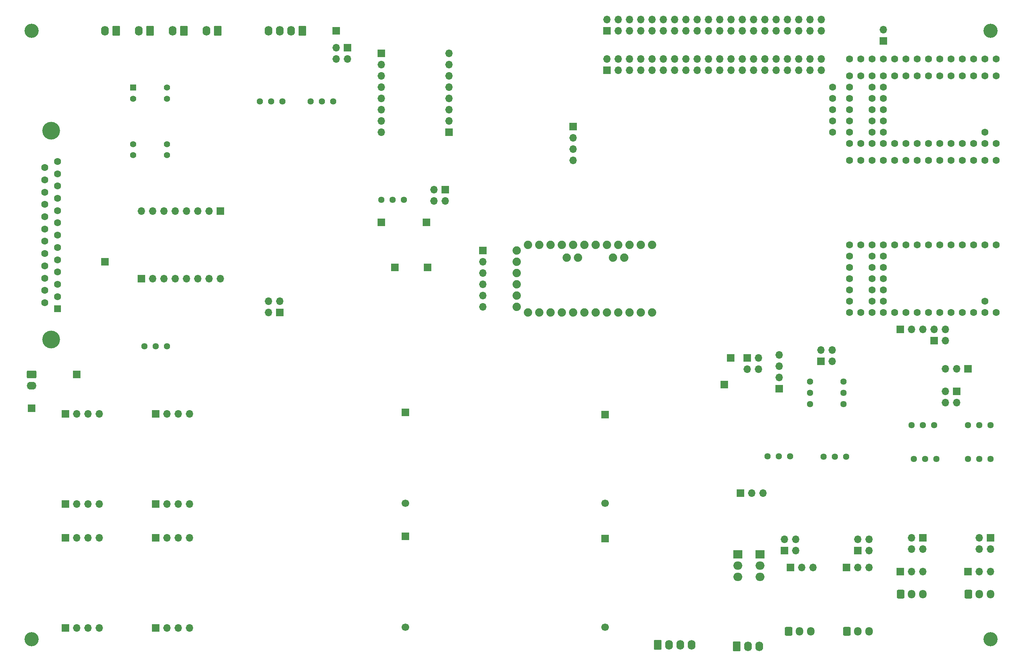
<source format=gbr>
%TF.GenerationSoftware,KiCad,Pcbnew,(6.0.5)*%
%TF.CreationDate,2022-07-10T20:23:42-07:00*%
%TF.ProjectId,main_board,6d61696e-5f62-46f6-9172-642e6b696361,rev?*%
%TF.SameCoordinates,PX5c0c740PYc1c9600*%
%TF.FileFunction,Soldermask,Bot*%
%TF.FilePolarity,Negative*%
%FSLAX46Y46*%
G04 Gerber Fmt 4.6, Leading zero omitted, Abs format (unit mm)*
G04 Created by KiCad (PCBNEW (6.0.5)) date 2022-07-10 20:23:42*
%MOMM*%
%LPD*%
G01*
G04 APERTURE LIST*
G04 Aperture macros list*
%AMRoundRect*
0 Rectangle with rounded corners*
0 $1 Rounding radius*
0 $2 $3 $4 $5 $6 $7 $8 $9 X,Y pos of 4 corners*
0 Add a 4 corners polygon primitive as box body*
4,1,4,$2,$3,$4,$5,$6,$7,$8,$9,$2,$3,0*
0 Add four circle primitives for the rounded corners*
1,1,$1+$1,$2,$3*
1,1,$1+$1,$4,$5*
1,1,$1+$1,$6,$7*
1,1,$1+$1,$8,$9*
0 Add four rect primitives between the rounded corners*
20,1,$1+$1,$2,$3,$4,$5,0*
20,1,$1+$1,$4,$5,$6,$7,0*
20,1,$1+$1,$6,$7,$8,$9,0*
20,1,$1+$1,$8,$9,$2,$3,0*%
G04 Aperture macros list end*
%ADD10C,1.440000*%
%ADD11R,1.700000X1.700000*%
%ADD12O,1.700000X1.700000*%
%ADD13R,1.400000X1.400000*%
%ADD14C,1.400000*%
%ADD15RoundRect,0.250000X-0.620000X-0.845000X0.620000X-0.845000X0.620000X0.845000X-0.620000X0.845000X0*%
%ADD16O,1.740000X2.190000*%
%ADD17C,1.700000*%
%ADD18C,1.600000*%
%ADD19R,1.600000X1.600000*%
%ADD20C,4.000000*%
%ADD21C,1.879600*%
%ADD22RoundRect,0.250000X0.620000X0.845000X-0.620000X0.845000X-0.620000X-0.845000X0.620000X-0.845000X0*%
%ADD23C,3.200000*%
%ADD24R,2.000000X1.905000*%
%ADD25O,2.000000X1.905000*%
%ADD26RoundRect,0.250000X-0.600000X-0.725000X0.600000X-0.725000X0.600000X0.725000X-0.600000X0.725000X0*%
%ADD27O,1.700000X1.950000*%
%ADD28RoundRect,0.250000X-0.845000X0.620000X-0.845000X-0.620000X0.845000X-0.620000X0.845000X0.620000X0*%
%ADD29O,2.190000X1.740000*%
G04 APERTURE END LIST*
D10*
%TO.C,InputB_Gain1*%
X182778400Y52980000D03*
X182778400Y55520000D03*
X182778400Y58060000D03*
%TD*%
%TO.C,GalvoB_Gain1*%
X198618000Y40640000D03*
X201158000Y40640000D03*
X203698000Y40640000D03*
%TD*%
D11*
%TO.C,TP11*%
X157380000Y63400000D03*
%TD*%
%TO.C,J3*%
X129540000Y128265000D03*
D12*
X129540000Y130805000D03*
X132080000Y128265000D03*
X132080000Y130805000D03*
X134620000Y128265000D03*
X134620000Y130805000D03*
X137160000Y128265000D03*
X137160000Y130805000D03*
X139700000Y128265000D03*
X139700000Y130805000D03*
X142240000Y128265000D03*
X142240000Y130805000D03*
X144780000Y128265000D03*
X144780000Y130805000D03*
X147320000Y128265000D03*
X147320000Y130805000D03*
X149860000Y128265000D03*
X149860000Y130805000D03*
X152400000Y128265000D03*
X152400000Y130805000D03*
X154940000Y128265000D03*
X154940000Y130805000D03*
X157480000Y128265000D03*
X157480000Y130805000D03*
X160020000Y128265000D03*
X160020000Y130805000D03*
X162560000Y128265000D03*
X162560000Y130805000D03*
X165100000Y128265000D03*
X165100000Y130805000D03*
X167640000Y128265000D03*
X167640000Y130805000D03*
X170180000Y128265000D03*
X170180000Y130805000D03*
X172720000Y128265000D03*
X172720000Y130805000D03*
X175260000Y128265000D03*
X175260000Y130805000D03*
X177800000Y128265000D03*
X177800000Y130805000D03*
%TD*%
D11*
%TO.C,TP2*%
X78740000Y93980000D03*
%TD*%
%TO.C,J20*%
X210820000Y60960000D03*
D12*
X208280000Y60960000D03*
X205740000Y60960000D03*
%TD*%
D11*
%TO.C,J21*%
X208280000Y55880000D03*
D12*
X208280000Y53340000D03*
X205740000Y55880000D03*
X205740000Y53340000D03*
%TD*%
D11*
%TO.C,TP12*%
X155956000Y57404000D03*
%TD*%
D13*
%TO.C,K1*%
X22870000Y124400000D03*
D14*
X22870000Y121860000D03*
X22870000Y111600000D03*
X22870000Y109160000D03*
X30490000Y109160000D03*
X30490000Y111600000D03*
X30490000Y121860000D03*
X30490000Y124400000D03*
%TD*%
D10*
%TO.C,GalvoA_Offset1*%
X210820000Y48260000D03*
X213360000Y48260000D03*
X215900000Y48260000D03*
%TD*%
D11*
%TO.C,J23*%
X200660000Y22860000D03*
D12*
X200660000Y20320000D03*
X198120000Y22860000D03*
X198120000Y20320000D03*
%TD*%
D11*
%TO.C,J42*%
X24765000Y81280000D03*
D12*
X27305000Y81280000D03*
X29845000Y81280000D03*
X32385000Y81280000D03*
X34925000Y81280000D03*
X37465000Y81280000D03*
X40005000Y81280000D03*
X42545000Y81280000D03*
%TD*%
D11*
%TO.C,J22*%
X159655000Y32900000D03*
D12*
X162195000Y32900000D03*
X164735000Y32900000D03*
%TD*%
D11*
%TO.C,J24*%
X215900000Y22860000D03*
D12*
X215900000Y20320000D03*
X213360000Y22860000D03*
X213360000Y20320000D03*
%TD*%
D10*
%TO.C,Cam_Input1*%
X51425000Y121245000D03*
X53965000Y121245000D03*
X56505000Y121245000D03*
%TD*%
D15*
%TO.C,J31*%
X140970000Y-1290000D03*
D16*
X143510000Y-1290000D03*
X146050000Y-1290000D03*
X148590000Y-1290000D03*
%TD*%
D10*
%TO.C,Cam_Output1*%
X62855000Y121245000D03*
X65395000Y121245000D03*
X67935000Y121245000D03*
%TD*%
%TO.C,InputA_Gain1*%
X175260000Y52980000D03*
X175260000Y55520000D03*
X175260000Y58060000D03*
%TD*%
D11*
%TO.C,J27*%
X129540000Y137160000D03*
D12*
X129540000Y139700000D03*
X132080000Y137160000D03*
X132080000Y139700000D03*
X134620000Y137160000D03*
X134620000Y139700000D03*
X137160000Y137160000D03*
X137160000Y139700000D03*
X139700000Y137160000D03*
X139700000Y139700000D03*
X142240000Y137160000D03*
X142240000Y139700000D03*
X144780000Y137160000D03*
X144780000Y139700000D03*
X147320000Y137160000D03*
X147320000Y139700000D03*
X149860000Y137160000D03*
X149860000Y139700000D03*
X152400000Y137160000D03*
X152400000Y139700000D03*
X154940000Y137160000D03*
X154940000Y139700000D03*
X157480000Y137160000D03*
X157480000Y139700000D03*
X160020000Y137160000D03*
X160020000Y139700000D03*
X162560000Y137160000D03*
X162560000Y139700000D03*
X165100000Y137160000D03*
X165100000Y139700000D03*
X167640000Y137160000D03*
X167640000Y139700000D03*
X170180000Y137160000D03*
X170180000Y139700000D03*
X172720000Y137160000D03*
X172720000Y139700000D03*
X175260000Y137160000D03*
X175260000Y139700000D03*
X177800000Y137160000D03*
X177800000Y139700000D03*
%TD*%
D11*
%TO.C,TP5*%
X89154000Y83820000D03*
%TD*%
%TO.C,J14*%
X170845000Y16150000D03*
D12*
X173385000Y16150000D03*
X175925000Y16150000D03*
%TD*%
D11*
%TO.C,J43*%
X27940000Y50800000D03*
D12*
X30480000Y50800000D03*
X33020000Y50800000D03*
X35560000Y50800000D03*
%TD*%
D10*
%TO.C,GalvoB_Offset1*%
X198120000Y48260000D03*
X200660000Y48260000D03*
X203200000Y48260000D03*
%TD*%
D11*
%TO.C,J13*%
X161130000Y63440000D03*
D12*
X163670000Y63440000D03*
X161130000Y60900000D03*
X163670000Y60900000D03*
%TD*%
D15*
%TO.C,J8*%
X158750000Y-1600000D03*
D16*
X161290000Y-1600000D03*
X163830000Y-1600000D03*
%TD*%
D17*
%TO.C,DC1*%
X129180000Y30640000D03*
D11*
X129180000Y50640000D03*
X84180000Y51140000D03*
D17*
X84180000Y30640000D03*
%TD*%
D11*
%TO.C,J26*%
X195595000Y15240000D03*
D12*
X198135000Y15240000D03*
X200675000Y15240000D03*
%TD*%
D11*
%TO.C,J33*%
X55885000Y73660000D03*
D12*
X53345000Y73660000D03*
X55885000Y76200000D03*
X53345000Y76200000D03*
%TD*%
D18*
%TO.C,J30*%
X3015531Y106314400D03*
X3015531Y103544400D03*
X3015531Y100774400D03*
X3015531Y98004400D03*
X3015531Y95234400D03*
X3015531Y92464400D03*
X3015531Y89694400D03*
X3015531Y86924400D03*
X3015531Y84154400D03*
X3015531Y81384400D03*
X3015531Y78614400D03*
X3015531Y75844400D03*
X5855531Y107699400D03*
X5855531Y104929400D03*
X5855531Y102159400D03*
X5855531Y99389400D03*
X5855531Y96619400D03*
X5855531Y93849400D03*
X5855531Y91079400D03*
X5855531Y88309400D03*
X5855531Y85539400D03*
X5855531Y82769400D03*
X5855531Y79999400D03*
X5855531Y77229400D03*
D19*
X5855531Y74459400D03*
D20*
X4435531Y114629400D03*
X4435531Y67529400D03*
%TD*%
D21*
%TO.C,U16*%
X109240000Y87630000D03*
X109240000Y85090000D03*
X109240000Y82550000D03*
X109240000Y80010000D03*
X109240000Y77470000D03*
X109240000Y74930000D03*
X123083000Y85979000D03*
X120543000Y85979000D03*
X133497000Y85979000D03*
X130957000Y85979000D03*
X111780000Y88900000D03*
X114320000Y88900000D03*
X116860000Y88900000D03*
X119400000Y88900000D03*
X121940000Y88900000D03*
X124480000Y88900000D03*
X127020000Y88900000D03*
X129560000Y88900000D03*
X132100000Y88900000D03*
X134640000Y88900000D03*
X137180000Y88900000D03*
X139720000Y88900000D03*
X139720000Y73660000D03*
X137180000Y73660000D03*
X134640000Y73660000D03*
X132100000Y73660000D03*
X129560000Y73660000D03*
X127020000Y73660000D03*
X124480000Y73660000D03*
X121940000Y73660000D03*
X119400000Y73660000D03*
X116860000Y73660000D03*
X114320000Y73660000D03*
X111780000Y73660000D03*
%TD*%
D11*
%TO.C,J44*%
X27940000Y22860000D03*
D12*
X30480000Y22860000D03*
X33020000Y22860000D03*
X35560000Y22860000D03*
%TD*%
D22*
%TO.C,J36*%
X26670000Y137120000D03*
D16*
X24130000Y137120000D03*
%TD*%
D11*
%TO.C,J5*%
X203200000Y67310000D03*
D12*
X203200000Y69850000D03*
X205740000Y67310000D03*
X205740000Y69850000D03*
%TD*%
D11*
%TO.C,J18*%
X177705000Y62625000D03*
D12*
X177705000Y65165000D03*
X180245000Y62625000D03*
X180245000Y65165000D03*
%TD*%
D23*
%TO.C,H4*%
X0Y137160000D03*
%TD*%
D11*
%TO.C,J47*%
X7620000Y30480000D03*
D12*
X10160000Y30480000D03*
X12700000Y30480000D03*
X15240000Y30480000D03*
%TD*%
D17*
%TO.C,DC2*%
X129180000Y2700000D03*
D11*
X129180000Y22700000D03*
X84180000Y23200000D03*
D17*
X84180000Y2700000D03*
%TD*%
D11*
%TO.C,J25*%
X210820000Y15240000D03*
D12*
X213360000Y15240000D03*
X215900000Y15240000D03*
%TD*%
D24*
%TO.C,U25*%
X159035000Y19140000D03*
D25*
X159035000Y16600000D03*
X159035000Y14060000D03*
%TD*%
D11*
%TO.C,J6*%
X195595000Y69850000D03*
D12*
X198135000Y69850000D03*
X200675000Y69850000D03*
%TD*%
D23*
%TO.C,H3*%
X215900000Y137160000D03*
%TD*%
D11*
%TO.C,J15*%
X183530000Y16150000D03*
D12*
X186070000Y16150000D03*
X188610000Y16150000D03*
%TD*%
D11*
%TO.C,TP6*%
X0Y52070000D03*
%TD*%
%TO.C,J29*%
X27940000Y30480000D03*
D12*
X30480000Y30480000D03*
X33020000Y30480000D03*
X35560000Y30480000D03*
%TD*%
D11*
%TO.C,J12*%
X168380000Y56500000D03*
D12*
X168380000Y59040000D03*
X168380000Y61580000D03*
X168380000Y64120000D03*
%TD*%
D11*
%TO.C,J40*%
X93980000Y114300000D03*
D12*
X93980000Y116840000D03*
X93980000Y119380000D03*
X93980000Y121920000D03*
X93980000Y124460000D03*
X93980000Y127000000D03*
X93980000Y129540000D03*
X93980000Y132080000D03*
%TD*%
D11*
%TO.C,J45*%
X7620000Y50800000D03*
D12*
X10160000Y50800000D03*
X12700000Y50800000D03*
X15240000Y50800000D03*
%TD*%
D10*
%TO.C,InputB_offset1*%
X183398000Y41169000D03*
X180858000Y41169000D03*
X178318000Y41169000D03*
%TD*%
D11*
%TO.C,TP7*%
X10160000Y59690000D03*
%TD*%
%TO.C,J16*%
X169520006Y19954996D03*
D12*
X169520006Y22494996D03*
X172060006Y19954996D03*
X172060006Y22494996D03*
%TD*%
D11*
%TO.C,J19*%
X191820800Y134823200D03*
D12*
X191820800Y137363200D03*
%TD*%
D11*
%TO.C,J28*%
X101620000Y87630000D03*
D12*
X101620000Y85090000D03*
X101620000Y82550000D03*
X101620000Y80010000D03*
X101620000Y77470000D03*
X101620000Y74930000D03*
%TD*%
D24*
%TO.C,U19*%
X164035000Y19140000D03*
D25*
X164035000Y16600000D03*
X164035000Y14060000D03*
%TD*%
D11*
%TO.C,J38*%
X27940000Y2540000D03*
D12*
X30480000Y2540000D03*
X33020000Y2540000D03*
X35560000Y2540000D03*
%TD*%
D10*
%TO.C,LED_Temp1*%
X30480000Y66040000D03*
X27940000Y66040000D03*
X25400000Y66040000D03*
%TD*%
D11*
%TO.C,J11*%
X121920000Y115570000D03*
D12*
X121920000Y113030000D03*
X121920000Y110490000D03*
X121920000Y107950000D03*
%TD*%
D11*
%TO.C,TP1*%
X68580000Y137120000D03*
%TD*%
%TO.C,TP3*%
X88900000Y93980000D03*
%TD*%
D18*
%TO.C,U11*%
X217170000Y88900000D03*
X214630000Y88900000D03*
X212090000Y88900000D03*
X209550000Y88900000D03*
X207010000Y88900000D03*
X204470000Y88900000D03*
X201930000Y88900000D03*
X199390000Y88900000D03*
X196850000Y88900000D03*
X194310000Y88900000D03*
X191770000Y88900000D03*
X189230000Y88900000D03*
X186690000Y88900000D03*
X184150000Y88900000D03*
X184150000Y86360000D03*
X184150000Y83820000D03*
X184150000Y81280000D03*
X184150000Y78740000D03*
X184150000Y76200000D03*
X184150000Y73660000D03*
X186690000Y73660000D03*
X189230000Y73660000D03*
X191770000Y73660000D03*
X194310000Y73660000D03*
X196850000Y73660000D03*
X199390000Y73660000D03*
X201930000Y73660000D03*
X204470000Y73660000D03*
X207010000Y73660000D03*
X209550000Y73660000D03*
X212090000Y73660000D03*
X214630000Y73660000D03*
X217170000Y73660000D03*
X214630000Y76200000D03*
X189230000Y76200000D03*
X191770000Y76200000D03*
X189230000Y78740000D03*
X191770000Y78740000D03*
X189230000Y81280000D03*
X191770000Y81280000D03*
X189230000Y83820000D03*
X191770000Y83820000D03*
X189230000Y86360000D03*
X191770000Y86360000D03*
%TD*%
D22*
%TO.C,J34*%
X41910000Y137120000D03*
D16*
X39370000Y137120000D03*
%TD*%
D23*
%TO.C,H1*%
X0Y0D03*
%TD*%
D11*
%TO.C,J48*%
X7620000Y2540000D03*
D12*
X10160000Y2540000D03*
X12700000Y2540000D03*
X15240000Y2540000D03*
%TD*%
D26*
%TO.C,J9*%
X210900000Y10160000D03*
D27*
X213400000Y10160000D03*
X215900000Y10160000D03*
%TD*%
D11*
%TO.C,J7*%
X71120000Y133355000D03*
D12*
X71120000Y130815000D03*
X68580000Y133355000D03*
X68580000Y130815000D03*
%TD*%
D11*
%TO.C,J17*%
X186030006Y19960000D03*
D12*
X186030006Y22500000D03*
X188570006Y19960000D03*
X188570006Y22500000D03*
%TD*%
D10*
%TO.C,LED_Trigger1*%
X83820000Y99060000D03*
X81280000Y99060000D03*
X78740000Y99060000D03*
%TD*%
D11*
%TO.C,J46*%
X7620000Y22860000D03*
D12*
X10160000Y22860000D03*
X12700000Y22860000D03*
X15240000Y22860000D03*
%TD*%
D11*
%TO.C,J49*%
X93167200Y101295200D03*
D12*
X93167200Y98755200D03*
X90627200Y101295200D03*
X90627200Y98755200D03*
%TD*%
D10*
%TO.C,InputA_offset1*%
X170799600Y41245200D03*
X168259600Y41245200D03*
X165719600Y41245200D03*
%TD*%
D11*
%TO.C,TP4*%
X81788000Y83818430D03*
%TD*%
%TO.C,J39*%
X78740000Y132065000D03*
D12*
X78740000Y129525000D03*
X78740000Y126985000D03*
X78740000Y124445000D03*
X78740000Y121905000D03*
X78740000Y119365000D03*
X78740000Y116825000D03*
X78740000Y114285000D03*
%TD*%
D18*
%TO.C,U10*%
X217170000Y130810000D03*
X217170000Y127000000D03*
X214630000Y127000000D03*
X214630000Y130810000D03*
X212090000Y127000000D03*
X212090000Y130810000D03*
X209550000Y130810000D03*
X209550000Y127000000D03*
X207010000Y127000000D03*
X207010000Y130810000D03*
X204470000Y130810000D03*
X204470000Y127000000D03*
X201930000Y130810000D03*
X201930000Y127000000D03*
X199390000Y130810000D03*
X199390000Y127000000D03*
X196850000Y130810000D03*
X196850000Y127000000D03*
X194310000Y130810000D03*
X194310000Y127000000D03*
X191770000Y127000000D03*
X191770000Y130810000D03*
X189230000Y127000000D03*
X189230000Y130810000D03*
X186690000Y127000000D03*
X186690000Y130810000D03*
X184150000Y127000000D03*
X184150000Y130810000D03*
X180340000Y124460000D03*
X184150000Y124460000D03*
X180340000Y121920000D03*
X184150000Y121920000D03*
X184150000Y119380000D03*
X180340000Y119380000D03*
X180340000Y116840000D03*
X184150000Y116840000D03*
X180340000Y114300000D03*
X184150000Y114300000D03*
X184150000Y107950000D03*
X184150000Y111760000D03*
X186690000Y111760000D03*
X186690000Y107950000D03*
X189230000Y111760000D03*
X189230000Y107950000D03*
X191770000Y107950000D03*
X191770000Y111760000D03*
X194310000Y107950000D03*
X194310000Y111760000D03*
X196850000Y107950000D03*
X196850000Y111760000D03*
X199390000Y107950000D03*
X199390000Y111760000D03*
X201930000Y111760000D03*
X201930000Y107950000D03*
X204470000Y107950000D03*
X204470000Y111760000D03*
X207010000Y107950000D03*
X207010000Y111760000D03*
X209550000Y107950000D03*
X209550000Y111760000D03*
X212090000Y111760000D03*
X212090000Y107950000D03*
X214630000Y111760000D03*
X214630000Y107950000D03*
X217170000Y111760000D03*
X217170000Y107950000D03*
X214630000Y114300000D03*
X189230000Y114300000D03*
X191770000Y114300000D03*
X189230000Y116840000D03*
X191770000Y116840000D03*
X189230000Y119380000D03*
X191770000Y119380000D03*
X189230000Y121920000D03*
X191770000Y121920000D03*
X189230000Y124460000D03*
X191770000Y124460000D03*
%TD*%
D10*
%TO.C,GalvoA_Gain1*%
X210810000Y40640000D03*
X213350000Y40640000D03*
X215890000Y40640000D03*
%TD*%
D11*
%TO.C,TP8*%
X16510000Y85090000D03*
%TD*%
D22*
%TO.C,J37*%
X34290000Y137120000D03*
D16*
X31750000Y137120000D03*
%TD*%
D11*
%TO.C,J41*%
X42545000Y96520000D03*
D12*
X40005000Y96520000D03*
X37465000Y96520000D03*
X34925000Y96520000D03*
X32385000Y96520000D03*
X29845000Y96520000D03*
X27305000Y96520000D03*
X24765000Y96520000D03*
%TD*%
D28*
%TO.C,J32*%
X0Y59690000D03*
D29*
X0Y57150000D03*
%TD*%
D22*
%TO.C,J4*%
X60960000Y137120000D03*
D16*
X58420000Y137120000D03*
X55880000Y137120000D03*
X53340000Y137120000D03*
%TD*%
D22*
%TO.C,J35*%
X19050000Y137120000D03*
D16*
X16510000Y137120000D03*
%TD*%
D23*
%TO.C,H2*%
X215900000Y0D03*
%TD*%
D26*
%TO.C,J1*%
X183555000Y1725000D03*
D27*
X186055000Y1725000D03*
X188555000Y1725000D03*
%TD*%
D26*
%TO.C,J10*%
X195660000Y10177000D03*
D27*
X198160000Y10177000D03*
X200660000Y10177000D03*
%TD*%
D26*
%TO.C,J2*%
X170440000Y1725000D03*
D27*
X172940000Y1725000D03*
X175440000Y1725000D03*
%TD*%
M02*

</source>
